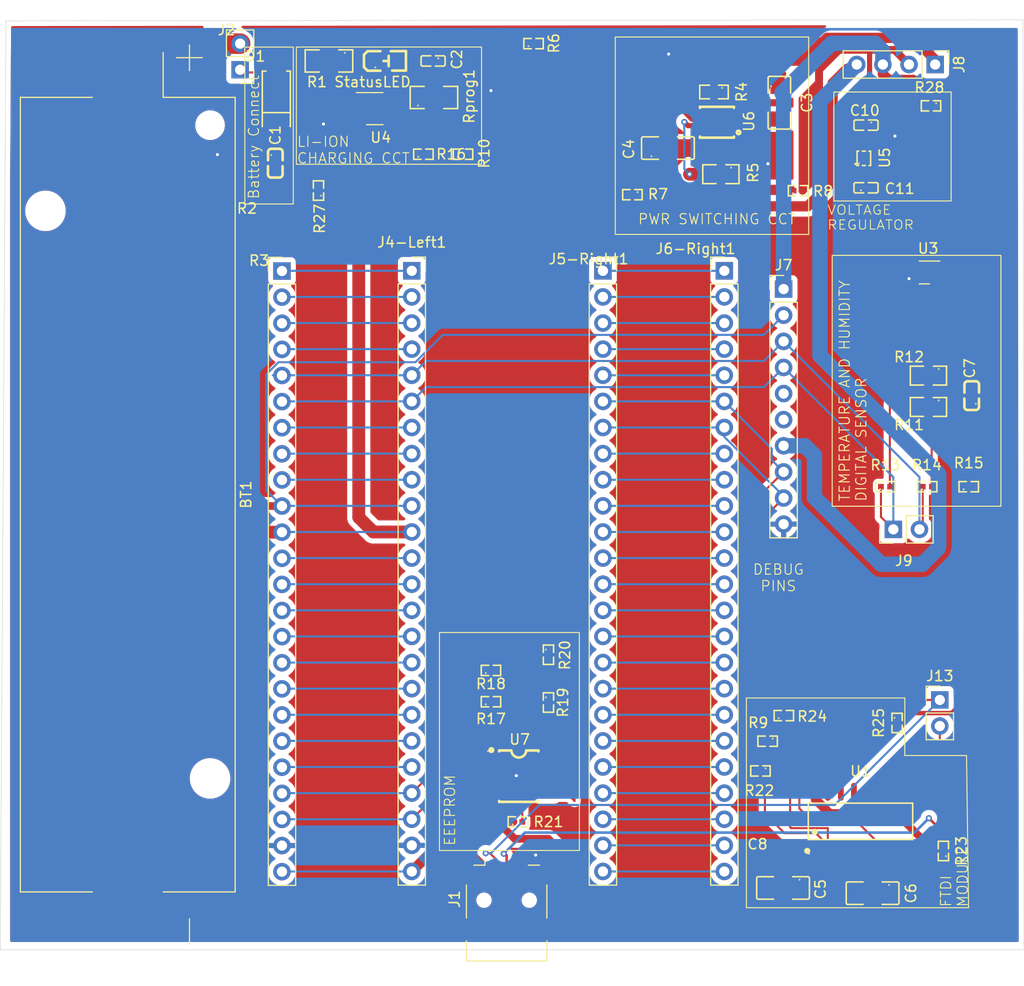
<source format=kicad_pcb>
(kicad_pcb (version 20221018) (generator pcbnew)
  (title_block (title "PCB Design") (date "2023-03-18") (rev "V01") (company "UCT") (comment 1 "JNKKET001") (comment 2 "PTTMAT005") (comment 3 "LWSHOL001"))
  (layers (0 "F.Cu" signal) (31 "B.Cu" signal) (34 "B.Paste" user) (35 "F.Paste" user) (36 "B.SilkS" user "B.Silkscreen") (37 "F.SilkS" user "F.Silkscreen") (38 "B.Mask" user) (39 "F.Mask" user) (44 "Edge.Cuts" user))
  (net 0 "")
  (net 1 "Battery")
  (net 2 "GND")
  (net 3 "Net-(ChargingStatusLED1-A)")
  (net 4 "/Power Module/Battery Input Polarity Protection")
  (net 5 "Net-(ChargingStatusLED1-K)")
  (net 6 "Net-(D1-A)")
  (net 7 "/Power Module/Switched Power")
  (net 9 "unconnected-(J1-Shield-Pad6)")
  (net 10 "Net-(U1-VCC)")
  (net 11 "Net-(J3-Left1-Pin_1)")
  (net 12 "Net-(J3-Left1-Pin_2)")
  (net 13 "Net-(J3-Left1-Pin_3)")
  (net 14 "Net-(J3-Left1-Pin_4)")
  (net 15 "Net-(J3-Left1-Pin_7)")
  (net 16 "Net-(J3-Left1-Pin_8)")
  (net 17 "Net-(U1-V3)")
  (net 18 "Net-(J3-Left1-Pin_9)")
  (net 19 "Net-(J3-Left1-Pin_12)")
  (net 20 "Net-(J3-Left1-Pin_13)")
  (net 21 "Net-(J3-Left1-Pin_14)")
  (net 22 "Net-(J3-Left1-Pin_15)")
  (net 23 "Net-(J3-Left1-Pin_16)")
  (net 24 "Net-(J3-Left1-Pin_17)")
  (net 25 "Net-(J3-Left1-Pin_18)")
  (net 26 "Net-(J3-Left1-Pin_19)")
  (net 27 "Net-(J3-Left1-Pin_20)")
  (net 28 "Net-(D1-K)")
  (net 29 "/USB 5V")
  (net 30 "Net-(J5-Right1-Pin_1)")
  (net 31 "Net-(J5-Right1-Pin_2)")
  (net 32 "Net-(J5-Right1-Pin_3)")
  (net 33 "Net-(J5-Right1-Pin_4)")
  (net 34 "Net-(J5-Right1-Pin_5)")
  (net 35 "/Interfacing/USB D-")
  (net 36 "/Interfacing/USB D+")
  (net 37 "Net-(J5-Right1-Pin_8)")
  (net 38 "Net-(J5-Right1-Pin_9)")
  (net 39 "Net-(J5-Right1-Pin_10)")
  (net 40 "Net-(J5-Right1-Pin_11)")
  (net 41 "Net-(J5-Right1-Pin_12)")
  (net 42 "Net-(J5-Right1-Pin_13)")
  (net 43 "Net-(J5-Right1-Pin_14)")
  (net 44 "Net-(J5-Right1-Pin_15)")
  (net 45 "Net-(J5-Right1-Pin_16)")
  (net 46 "Net-(J5-Right1-Pin_17)")
  (net 47 "Net-(J5-Right1-Pin_18)")
  (net 48 "Net-(J5-Right1-Pin_19)")
  (net 49 "Net-(J5-Right1-Pin_20)")
  (net 50 "Net-(J5-Right1-Pin_21)")
  (net 51 "Net-(J5-Right1-Pin_22)")
  (net 52 "Net-(J5-Right1-Pin_23)")
  (net 53 "Net-(J5-Right1-Pin_24)")
  (net 56 "Net-(U4-~{CHRG})")
  (net 57 "/DigitalSensorSDA")
  (net 58 "Net-(U6-ILIM)")
  (net 59 "Net-(U4-PROG)")
  (net 60 "/DigitalSensorSCL")
  (net 62 "/BatterySense")
  (net 63 "/Interfacing/EEPROMSCL")
  (net 64 "/Interfacing/EEPROMSDA")
  (net 65 "/Regulated 3v3")
  (net 66 "/Interfacing/USART_TX")
  (net 67 "/Interfacing/USART_RX")
  (net 68 "Net-(U6-OUT)")
  (net 69 "Net-(U3-SDA)")
  (net 70 "Net-(U3-SCL)")
  (net 71 "Net-(U4-BAT)")
  (net 72 "Net-(R27-Pad1)")
  (net 73 "Net-(U1-TXD)")
  (net 74 "Net-(U1-RXD)")
  (net 76 "Net-(U5-VIN)")
  (net 77 "Net-(U5-EN)")
  (net 78 "Net-(U5-VOUT)")
  (net 79 "Net-(U6-STAT)")
  (net 80 "Net-(U7-SCL)")
  (net 81 "Net-(U7-SDA)")
  (net 82 "Net-(U1-D+)")
  (net 83 "Net-(U1-D-)")
  (net 95 "Net-(#FLG06-pwr)")
  (net 96 "Net-(#FLG01-pwr)")
  (net 97 "Net-(#FLG07-pwr)")
  (net 98 "Net-(#FLG04-pwr)")
  (footprint "footprint:C1206" (layer "F.Cu") (at 168.75 52.992583 -90)
    (fp_text reference "C3")
    (fp_text value "0.1 uF")
  )
  (footprint "Package_TO_SOT_SMD:TSOT-23-5" (layer "F.Cu") (at 129.4185 53.566817)
    (fp_text reference "U4")
    (fp_text value "LTC4054ES5-4.2")
  )
  (footprint "footprint:R0402" (layer "F.Cu") (at 167.61 115.089 180)
    (fp_text reference "R9")
    (fp_text value "0")
  )
  (footprint "footprint:R0603" (layer "F.Cu") (at 162.396634 51.95 180)
    (fp_text reference "R4")
    (fp_text value "700")
  )
  (footprint "footprint:C0603" (layer "F.Cu") (at 119.75 58.880835 -90)
    (fp_text reference "C1")
    (fp_text value "10 uF")
  )
  (footprint "footprint:R0402" (layer "F.Cu") (at 146.304 111.327183 -90)
    (fp_text reference "R19")
    (fp_text value "4.7k")
  )
  (footprint "footprint:R0402" (layer "F.Cu") (at 184.696 125.765817 90)
    (fp_text reference "R23")
    (fp_text value "0")
  )
  (footprint "footprint:C0402" (layer "F.Cu") (at 135.090915 48.928817 180)
    (fp_text reference "C2")
    (fp_text value "1 uF")
  )
  (footprint "footprint:R0402" (layer "F.Cu") (at 179.058 90.336)
    (fp_text reference "R13")
    (fp_text value "0")
  )
  (footprint "Connector_PinHeader_2.54mm:PinHeader_1x02_P2.54mm_Vertical" (layer "F.Cu") (at 184.35 111.075)
    (fp_text reference "J13")
    (fp_text value "Conn_01x02_Pin")
  )
  (footprint "footprint:C0402" (layer "F.Cu") (at 177.176915 55.17 180)
    (fp_text reference "C10")
    (fp_text value "1 uF")
  )
  (footprint "footprint:SON-8_L3.0-W3.0-P0.65-LS3.0-BL-EP" (layer "F.Cu") (at 162.684076 54.890033 90)
    (fp_text reference "U6")
    (fp_text value "TPS2115ADRBR")
  )
  (footprint "footprint:R0402" (layer "F.Cu") (at 183.122 90.336)
    (fp_text reference "R14")
    (fp_text value "0")
  )
  (footprint "footprint:R0402" (layer "F.Cu") (at 183.492817 53.296 180)
    (fp_text reference "R28")
    (fp_text value "0")
  )
  (footprint "footprint:C0402" (layer "F.Cu") (at 177.176915 61.266)
    (fp_text reference "C11")
    (fp_text value "1 uF")
  )
  (footprint "footprint:R0402" (layer "F.Cu") (at 169.185183 112.599)
    (fp_text reference "R24")
    (fp_text value "0")
  )
  (footprint "footprint:R0402" (layer "F.Cu") (at 138 58)
    (fp_text reference "R10")
    (fp_text value "0")
  )
  (footprint "Capacitor_SMD:C_0201_0603Metric" (layer "F.Cu") (at 166.646 126.633 180)
    (fp_text reference "C8")
    (fp_text value "0.1uF")
  )
  (footprint "footprint:R0402" (layer "F.Cu") (at 146.304 106.68 -90)
    (fp_text reference "R20")
    (fp_text value "4.7k")
  )
  (footprint "footprint:C0603" (layer "F.Cu") (at 187.452 81.472025 90)
    (fp_text reference "C7")
    (fp_text value "10 uF")
  )
  (footprint "footprint:R1206" (layer "F.Cu") (at 135.173209 52.484817)
    (fp_text reference "Rprog1")
    (fp_text value "1k")
  )
  (footprint "Connector_PinHeader_2.54mm:PinHeader_1x24_P2.54mm_Vertical" (layer "F.Cu") (at 120.4 69.36)
    (fp_text reference "J3-Left1" hide)
    (fp_text value "Conn_01x24_Pin")
  )
  (footprint "footprint:SOP-16_L10.0-W3.9-P1.27-LS6.0-BL" (layer "F.Cu") (at 176.636 122.886)
    (fp_text reference "U1")
    (fp_text value "CH340C")
  )
  (footprint "footprint:R0402" (layer "F.Cu") (at 166.913183 117.983 180)
    (fp_text reference "R22")
    (fp_text value "0")
  )
  (footprint "footprint:C1206" (layer "F.Cu") (at 177.814583 129.871 180)
    (fp_text reference "C6")
    (fp_text value "0.1uF")
  )
  (footprint "footprint:C1206" (layer "F.Cu") (at 157.919417 57.404)
    (fp_text reference "C4")
    (fp_text value "0.1 uF")
  )
  (footprint "footprint:R0402" (layer "F.Cu") (at 154.467183 61.936 180)
    (fp_text reference "R7")
    (fp_text value "0")
  )
  (footprint "footprint:LED0805-RD" (layer "F.Cu") (at 130.471975 48.928919)
    (fp_text reference "StatusLED")
    (fp_text value "LED")
  )
  (footprint "Battery:BatteryHolder_Keystone_1042_1x18650" (layer "F.Cu") (at 105.41 91.11 -90)
    (fp_text reference "BT1")
    (fp_text value "Battery_Cell")
  )
  (footprint "footprint:R0805" (layer "F.Cu") (at 183.24 79.536 180)
    (fp_text reference "R12")
    (fp_text value "10k")
  )
  (footprint "footprint:R0805" (layer "F.Cu") (at 183.24 82.584 180)
    (fp_text reference "R11")
    (fp_text value "10k")
  )
  (footprint "Connector_PinHeader_2.54mm:PinHeader_1x24_P2.54mm_Vertical" (layer "F.Cu") (at 163.4 69.34)
    (fp_text reference "J6-Right1")
    (fp_text value "Conn_01x24_Pin")
  )
  (footprint "footprint:R0402" (layer "F.Cu") (at 123.95 61.532817 90)
    (fp_text reference "R27")
    (fp_text value "0")
  )
  (footprint "Connector_PinHeader_2.54mm:PinHeader_1x02_P2.54mm_Vertical" (layer "F.Cu") (at 116.332 49.784 180)
    (fp_text reference "J2")
    (fp_text value "Battery  Jumper")
  )
  (footprint "Connector_PinHeader_2.54mm:PinHeader_1x04_P2.54mm_Vertical" (layer "F.Cu") (at 183.896 49.276 -90)
    (fp_text reference "J8")
    (fp_text value "Conn_01x04_Pin")
  )
  (footprint "Connector_PinHeader_2.54mm:PinHeader_1x02_P2.54mm_Vertical" (layer "F.Cu") (at 179.832 94.488 90)
    (fp_text reference "J9")
    (fp_text value "Conn_01x02_Pin")
  )
  (footprint "footprint:R0402" (layer "F.Cu") (at 140.716 108.204)
    (fp_text reference "R18")
    (fp_text value "0")
  )
  (footprint "Sensor_Humidity:Sensirion_DFN-4-1EP_2x2mm_P1mm_EP0.7x1.6mm" (layer "F.Cu") (at 183.351 69.5 180)
    (fp_text reference "U3")
    (fp_text value "SHTC3")
  )
  (footprint "Resistor_SMD:R_0201_0603Metric" (layer "F.Cu") (at 116.84 64.861 90)
    (fp_text reference "R2")
    (fp_text value "100K")
  )
  (footprint "footprint:R0402" (layer "F.Cu") (at 170.567183 61.55)
    (fp_text reference "R8")
    (fp_text value "0")
  )
  (footprint "Connector_PinSocket_2.54mm:PinSocket_1x24_P2.54mm_Vertical" (layer "F.Cu") (at 133.02 69.34)
    (fp_text reference "J4-Left1")
    (fp_text value "Conn_01x24_Socket")
  )
  (footprint "footprint:R0402" (layer "F.Cu") (at 187.161 90.336)
    (fp_text reference "R15")
    (fp_text value "0")
  )
  (footprint "footprint:R0402" (layer "F.Cu") (at 180.196 113.315817 -90)
    (fp_text reference "R25")
    (fp_text value "0")
  )
  (footprint "footprint:R0402" (layer "F.Cu") (at 144.855183 47.244)
    (fp_text reference "R6")
    (fp_text value "0")
  )
  (footprint "footprint:R0402" (layer "F.Cu") (at 143.331183 122.936)
    (fp_text reference "R21")
    (fp_text value "0")
  )
  (footprint "Resistor_SMD:R_0201_0603Metric" (layer "F.Cu") (at 118.176 66.04 180)
    (fp_text reference "R3")
    (fp_text value "100K")
  )
  (footprint "footprint:R0402" (layer "F.Cu") (at 140.716 111.252)
    (fp_text reference "R17")
    (fp_text value "0")
  )
  (footprint "footprint:C1206" (layer "F.Cu") (at 169.11 129.363 180)
    (fp_text reference "C5")
    (fp_text value "0.1uF")
  )
  (footprint "Connector_USB:USB_Mini-B_Lumberg_2486_01_Horizontal" (layer "F.Cu") (at 142.24 130.556)
    (fp_text reference "J1")
    (fp_text value "USB_B_Micro")
  )
  (footprint "Connector_PinHeader_2.54mm:PinHeader_1x10_P2.54mm_Vertical" (layer "F.Cu") (at 169.164 71.12)
    (fp_text reference "J7")
    (fp_text value "Conn_01x10_Pin")
  )
  (footprint "Connector_PinSocket_2.54mm:PinSocket_1x24_P2.54mm_Vertical" (layer "F.Cu") (at 151.6 69.34)
    (fp_text reference "J5-Right1")
    (fp_text value "Conn_01x24_Socket")
  )
  (footprint "footprint:R1206" (layer "F.Cu") (at 124.968 48.928817 180)
    (fp_text reference "R1")
    (fp_text value "1k")
  )
  (footprint "footprint:SOIC-8_L5.0-W4.0-P1.27-LS6.0-BL" (layer "F.Cu") (at 143.421105 118.491001 -90)
    (fp_text reference "U7")
    (fp_text value "M24C64-RMN6TP")
  )
  (footprint "footprint:R0805" (layer "F.Cu") (at 163.068 59.944 180)
    (fp_text reference "R5")
    (fp_text value "10K")
  )
  (footprint "footprint:ZQFN-4L_L1.0-W1.0-P0.63-BL-EP" (layer "F.Cu") (at 176.963056 58.4)
    (fp_text reference "U5")
    (fp_text value "RT9073A-33GQZ")
  )
  (footprint "footprint:R0402" (layer "F.Cu") (at 134.15 58)
    (fp_text reference "R16")
    (fp_text value "0")
  )
  (footprint "footprint:SMA_L4.2-W2.6-LS5.3-RD" (layer "F.Cu") (at 119.85 52.615405 90)
    (fp_text reference "D1")
    (fp_text value "D_Schottky")
  )
  (gr_rect (start 116.79 47.58081) (end 121.5 62.84081) (stroke (width 0.1)) (fill none) (layer "F.SilkS"))
  (gr_rect (start 152.8 46.6) (end 171.6 65.8) (stroke (width 0.1)) (fill none) (layer "F.SilkS"))
  (gr_rect (start 174.05 51.95) (end 185.45 62.55) (stroke (width 0.1)) (fill none) (layer "F.SilkS"))
  (gr_line (start 165.546 110.883) (end 180.946 110.883) (stroke (width 0.1)) (layer "F.SilkS"))
  (gr_line (start 165.546 130.683) (end 165.546 110.883) (stroke (width 0.1)) (layer "F.SilkS"))
  (gr_line (start 180.946 110.883) (end 180.946 116.483) (stroke (width 0.1)) (layer "F.SilkS"))
  (gr_rect (start 121.8 47.576817) (end 139.8 58.976817) (stroke (width 0.1)) (fill none) (layer "F.SilkS"))
  (gr_line (start 180.946 116.483) (end 186.946 116.483) (stroke (width 0.1)) (layer "F.SilkS"))
  (gr_line (start 187.146 131.283) (end 165.546 131.283) (stroke (width 0.1)) (layer "F.SilkS"))
  (gr_rect (start 173.89 67.836) (end 190.29 92.236) (stroke (width 0.1)) (fill none) (layer "F.SilkS"))
  (gr_line (start 186.946 116.483) (end 187.146 131.283) (stroke (width 0.1)) (layer "F.SilkS"))
  (gr_rect (start 135.708 104.52) (end 149.308 125.72) (stroke (width 0.1)) (fill none) (layer "F.SilkS"))
  (gr_line (start 165.546 131.283) (end 165.546 130.683) (stroke (width 0.1)) (layer "F.SilkS"))
  (gr_line (start 93.5736 45.0342) (end 192.4304 44.9326) (stroke (width 0.05)) (layer "Edge.Cuts"))
  (gr_line (start 93.0148 135.382) (end 93.5736 45.0342) (stroke (width 0.05)) (layer "Edge.Cuts"))
  (gr_line (start 192.4304 44.9326) (end 192.532 135.382) (stroke (width 0.05)) (layer "Edge.Cuts"))
  (gr_line (start 192.532 135.382) (end 93.0148 135.382) (stroke (width 0.05)) (layer "Edge.Cuts"))
  (gr_text "FTDI\nMODULE" (at 187.146 131.283 90) (layer "F.SilkS") (effects (font (size 1 1) (thickness 0.1)) (justify left bottom)))
  (gr_text "EEEPROM" (at 137.308 125.32 90) (layer "F.SilkS") (effects (font (size 1 1) (thickness 0.1)) (justify left bottom)))
  (gr_text "LI-ION\nCHARGING CCT" (at 121.8 58.976817) (layer "F.SilkS") (effects (font (size 1 1) (thickness 0.1)) (justify left bottom)))
  (gr_text "VOLTAGE\nREGULATOR" (at 173.35 65.4) (layer "F.SilkS") (effects (font (size 0.9 1) (thickness 0.09)) (justify left bottom)))
  (gr_text "PWR SWITCHING CCT" (at 154.95 64.9) (layer "F.SilkS") (effects (font (size 1 1) (thickness 0.1)) (justify left bottom)))
  (gr_text "TEMPERATURE AND HUMIDITY\nDIGITAL SENSOR" (at 177.29 91.836 90) (layer "F.SilkS") (effects (font (size 1 1) (thickness 0.1)) (justify left bottom)))
  (gr_text "DEBUG\nPINS" (at 168.656 100.584) (layer "F.SilkS") (effects (font (size 1 1) (thickness 0.1)) (justify bottom)))
  (gr_text "Battery Connect\n" (at 118.25 62.43081 90) (layer "F.SilkS") (effects (font (size 1 1) (thickness 0.1)) (justify left bottom)))
  (segment (start 110.018 51.78) (end 105.41 51.78) (width 1.5) (layer "F.Cu") (net 1))
  (segment (start 127.6604 60.6044) (end 127.703 60.647) (width 1.25) (layer "F.Cu") (net 1))
  (segment (start 121.03081 58.18081) (end 123.4544 60.6044) (width 1.25) (layer "F.Cu") (net 1))
  (segment (start 113.6396 46.9392) (end 113.9444 47.244) (width 2) (layer "F.Cu") (net 1))
  (segment (start 110.018 51.78) (end 113.114199 51.78) (width 2) (layer "F.Cu") (net 1))
  (segment (start 119.75 58.18081) (end 121.03081 58.18081) (width 1.25) (layer "F.Cu") (net 1))
  (segment (start 105.41 51.78) (end 108.7988 51.78) (width 2) (layer "F.Cu") (net 1))
  (segment (start 117.71841 58.18081) (end 119.75 58.18081) (width 1.5) (layer "F.Cu") (net 1))
  (segment (start 116.332 47.244) (end 114.554 47.244) (width 1.5) (layer "F.Cu") (net 1))
  (segment (start 116.9924 54.102) (end 116.9924 57.4548) (width 2) (layer "F.Cu") (net 1))
  (segment (start 133.717183 58) (end 133.223 58) (width 0.75) (layer "F.Cu") (net 1))
  (segment (start 121.03081 58.18081) (end 123.95 61.1) (width 0.75) (layer "F.Cu") (net 1))
  (segment (start 123.4544 60.6044) (end 127.6604 60.6044) (width 1.25) (layer "F.Cu") (net 1))
  (segment (start 115.5954 52.705) (end 116.9924 54.102) (width 2) (layer "F.Cu") (net 1))
  (segment (start 114.554 47.244) (end 110.018 51.78) (width 1.5) (layer "F.Cu") (net 1))
  (segment (start 114.039199 52.705) (end 115.5954 52.705) (width 2) (layer "F.Cu") (net 1))
  (segment (start 127.25 61.1) (end 127.322 61.028) (width 0.75) (layer "F.Cu") (net 1))
  (segment (start 116.9924 57.4548) (end 117.71841 58.18081) (width 1.5) (layer "F.Cu") (net 1))
  (segment (start 127.703 60.647) (end 130.35 58) (width 1.25) (layer "F.Cu") (net 1))
  (segment (start 113.114199 51.78) (end 114.039199 52.705) (width 2) (layer "F.Cu") (net 1))
  (segment (start 130.35 58) (end 133.223 58) (width 1.25) (layer "F.Cu") (net 1))
  (segment (start 127.322 61.028) (end 127.703 60.647) (width 0.75) (layer "F.Cu") (net 1))
  (segment (start 123.95 61.1) (end 127.25 61.1) (width 0.75) (layer "F.Cu") (net 1))
  (segment (start 113.9444 47.244) (end 116.332 47.244) (width 2) (layer "F.Cu") (net 1))
  (segment (start 108.7988 51.78) (end 113.6396 46.9392) (width 2) (layer "F.Cu") (net 1))
  (segment (start 177.276112 58.724994) (end 177.276112 59.176112) (width 0.25) (layer "F.Cu") (net 2))
  (segment (start 181.46 70) (end 181.356 70.104) (width 0.2) (layer "F.Cu") (net 2))
  (segment (start 177.276112 58.724994) (end 177.276112 58.962912) (width 0.25) (layer "F.Cu") (net 2))
  (segment (start 182.426 70) (end 181.46 70) (width 0.2) (layer "F.Cu") (net 2))
  (segment (start 177.276112 58.962912) (end 177.7492 59.436) (width 0.25) (layer "F.Cu") (net 2))
  (segment (start 176.962929 58.399873) (end 176.962929 58.411811) (width 0.25) (layer "F.Cu") (net 2))
  (segment (start 177.722 59.622) (end 177.722 61.266) (width 0.2) (layer "F.Cu") (net 2))
  (segment (start 176.962929 58.411811) (end 177.276112 58.724994) (width 0.25) (layer "F.Cu") (net 2))
  (segment (start 177.276112 59.176112) (end 177.722 59.622) (width 0.25) (layer "F.Cu") (net 2))
  (via (at 181.356 70.104) (size 0.6) (drill 0.3) (layers "F.Cu" "B.Cu") (net 2))
  (via (at 179.9844 56.2356) (size 0.6) (drill 0.3) (layers "F.Cu" "B.Cu") (net 2))
  (via (at 140.716 51.816) (size 0.6) (drill 0.3) (layers "F.Cu" "B.Cu") (net 2))
  (via (at 124.4346 55.0672) (size 0.6) (drill 0.3) (layers "F.Cu" "B.Cu") (net 2))
  (via (at 114.1222 58.039) (size 0.6) (drill 0.3) (layers "F.Cu" "B.Cu") (net 2))
  (via (at 167.64 58.928) (size 0.6) (drill 0.3) (layers "F.Cu" "B.Cu") (net 2))
  (via (at 145.0594 126.1618) (size 0.6) (drill 0.3) (layers "F.Cu" "B.Cu") (net 2))
  (via (at 157.988 48.26) (size 0.6) (drill 0.3) (layers "F.Cu" "B.Cu") (net 2))
  (via (at 143.1798 118.4402) (size 0.6) (drill 0.3) (layers "F.Cu" "B.Cu") (net 2))
  (segment (start 173.3888 46.6852) (end 181.7624 46.6852) (width 1) (layer "F.Cu") (net 4))
  (segment (start 153.416 47.3964) (end 159.1564 53.1368) (width 1) (layer "F.Cu") (net 4))
  (segment (start 168.75 50.3758) (end 168.75 51.4) (width 1) (layer "F.Cu") (net 4))
  (segment (start 168.021 48.9) (end 168.021 49.3268) (width 1) (layer "F.Cu") (net 4))
  (segment (start 161.75 48.9) (end 167.8 48.9) (width 0.2) (layer "F.Cu") (net 4))
  (segment (start 160.784152 54.560213) (end 160.554413 54.560213) (width 0.5) (layer "F.Cu") (net 4))
  (segment (start 159.6 53.34) (end 159.6 51.05) (width 0.2) (layer "F.Cu") (net 4))
  (segment (start 159.1564 53.1368) (end 159.1564 51.181) (width 1) (layer "F.Cu") (net 4))
  (segment (start 153.2636 47.244) (end 153.416 47.3964) (width 1) (layer "F.Cu") (net 4))
  (segment (start 146.1516 47.244) (end 153.2636 47.244) (width 1) (layer "F.Cu") (net 4))
  (segment (start 172.974 47.1) (end 173.3888 46.6852) (width 1) (layer "F.Cu") (net 4))
  (segment (start 160.784152 54.560213) (end 159.6 53.376061) (width 0.2) (layer "F.Cu") (net 4))
  (segment (start 160.784152 54.560213) (end 161.284152 54.560213) (width 0.5) (layer "F.Cu") (net 4))
  (segment (start 183.896 48.8188) (end 183.896 49.276) (width 1) (layer "F.Cu") (net 4))
  (segment (start 159.1564 51.181) (end 161.5948 48.7426) (width 1) (layer "F.Cu") (net 4))
  (segment (start 146.1516 47.244) (end 153.467939 47.244) (width 0.2) (layer "F.Cu") (net 4))
  (segment (start 168.75 49.85) (end 167.8 48.9) (width 0.2) (layer "F.Cu") (net 4))
  (segment (start 168.021 48.9) (end 171.1 48.9) (width 1) (layer "F.Cu") (net 4))
  (segment (start 181.7624 46.6852) (end 183.896 48.8188) (width 1) (layer "F.Cu") (net 4))
  (segment (start 160.3502 54.3306) (end 160.3502 54.356) (width 1) (layer "F.Cu") (net 4))
  (segment (start 172.9 47.1) (end 172.974 47.1) (width 1) (layer "F.Cu") (net 4))
  (segment (start 145.288 47.244) (end 145.923 47.244) (width 0.2) (layer "F.Cu") (net 4))
  (segment (start 161.5948 48.7426) (end 161.7522 48.9) (width 1) (layer "F.Cu") (net 4))
  (segment (start 167.8 48.9) (end 168.021 48.9) (width 0.2) (layer "F.Cu") (net 4))
  (segment (start 153.467939 47.244) (end 159.6 53.376061) (width 0.2) (layer "F.Cu") (net 4))
  (segment (start 146.1516 47.244) (end 145.923 47.244) (width 1) (layer "F.Cu") (net 4))
  (segment (start 168.021 49.3268) (end 168.91 50.2158) (width 1) (layer "F.Cu") (net 4))
  (segment (start 160.554413 54.560213) (end 160.3502 54.356) (width 0.5) (layer "F.Cu") (net 4))
  (segment (start 168.75 51.4) (end 168.75 49.85) (width 0.2) (layer "F.Cu") (net 4))
  (segment (start 159.6 53.376061) (end 159.6 53.34) (width 0.2) (layer "F.Cu") (net 4))
  (segment (start 161.7522 48.9) (end 168.021 48.9) (width 1) (layer "F.Cu") (net 4))
  (segment (start 159.1564 53.1368) (end 160.3502 54.3306) (width 1) (layer "F.Cu") (net 4))
  (segment (start 171.2775 48.7225) (end 172.9 47.1) (width 1) (layer "F.Cu") (net 4))
  (segment (start 159.6 51.05) (end 161.75 48.9) (width 0.2) (layer "F.Cu") (net 4))
  (segment (start 168.91 50.2158) (end 168.75 50.3758) (width 1) (layer "F.Cu") (net 4))
  (segment (start 171.1 48.9) (end 171.2775 48.7225) (width 1) (layer "F.Cu") (net 4))
  (segment (start 126.446791 48.928817) (end 129.371848 48.928817) (width 0.2) (layer "F.Cu") (net 5))
  (segment (start 119.85 50.05) (end 116.574 50.05) (width 0.2) (layer "F.Cu") (net 6))
  (segment (start 171.5262 61.0362) (end 171.5262 52.832) (width 0.75) (layer "F.Cu") (net 7))
  (segment (start 171.5262 52.832) (end 172.6184 51.7398) (width 0.75) (layer "F.Cu") (net 7))
  (segment (start 174.55 47.85) (end 174.2555 48.1445) (width 0.75) (layer "F.Cu") (net 7))
  (segment (start 177.276112 58.075006) (end 177.281394 58.075006) (width 0.25) (layer "F.Cu") (net 7))
  (segment (start 171.1213 52.5287) (end 171 52.65) (width 0.75) (layer "F.Cu") (net 7))
  (segment (start 172.6 51.05) (end 171.1213 52.5287) (width 0.75) (layer "F.Cu") (net 7))
  (segment (start 172.6184 49.7816) (end 174.2555 48.1445) (width 0.75) (layer "F.Cu") (net 7))
  (segment (start 176.65 57.3716) (end 175.5394 56.261) (width 0.5) (layer "F.Cu") (net 7))
  (segment (start 172.6 49.8) (end 174.55 47.85) (width 0.75) (layer "F.Cu") (net 7))
  (segment (start 176.65 58.075006) (end 176.65 57.6142) (width 0.5) (layer "F.Cu") (net 7))
  (segment (start 177.4952 47.85) (end 179.93 47.85) (width 0.75) (layer "F.Cu") (net 7))
  (segment (start 177.8 57.5564) (end 177.3936 57.9628) (width 0.5) (layer "F.Cu") (net 7))
  (segment (start 171.0124 61.55) (end 171.5262 61.0362) (width 0.75) (layer "F.Cu") (net 7))
  (segment (start 176.65 57.6142) (end 176.7078 57.5564) (width 0.5) (layer "F.Cu") (net 7))
  (segment (start 177.5206 50.5206) (end 177.5206 47.8754) (width 0.5) (layer "F.Cu") (net 7))
  (segment (start 175.5394 56.261) (end 175.5394 52.5018) (width 0.5) (layer "F.Cu") (net 7))
  (segment (start 174.55 47.85) (end 177.4952 47.85) (width 0.75) (layer "F.Cu") (net 7))
  (segment (start 171 52.65) (end 171 61.55) (width 0.75) (layer "F.Cu") (net 7))
  (segment (start 177.5206 47.8754) (end 177.4952 47.85) (width 0.5) (layer "F.Cu") (net 7))
  (segment (start 181.356 49.276) (end 179.93 47.85) (width 0.75) (layer "F.Cu") (net 7))
  (segment (start 177.281394 58.075006) (end 177.3936 57.9628) (width 0.25) (layer "F.Cu") (net 7))
  (segment (start 172.6 49.8) (end 172.6 51.05) (width 0.75) (layer "F.Cu") (net 7))
  (segment (start 171.5262 61.0362) (end 172.212 60.3504) (width 0.75) (layer "F.Cu") (net 7))
  (segment (start 172.6184 51.7398) (end 172.6184 49.7816) (width 0.75) (layer "F.Cu") (net 7))
  (segment (start 172.212 52.705) (end 172.6184 52.2986) (width 0.75) (layer "F.Cu") (net 7))
  (segment (start 176.65 57.6142) (end 176.65 57.3716) (width 0.5) (layer "F.Cu") (net 7))
  (segment (start 175.5394 52.5018) (end 177.5206 50.5206) (width 0.5) (layer "F.Cu") (net 7))
  (segment (start 171 61.55) (end 171.0124 61.55) (width 0.75) (layer "F.Cu") (net 7))
  (segment (start 172.212 60.3504) (end 172.212 52.705) (width 0.75) (layer "F.Cu") (net 7))
  (segment (start 172.6 49.8) (end 174.2555 48.1445) (width 0.2) (layer "F.Cu") (net 7))
  (segment (start 176.7078 57.5564) (end 177.8 57.5564) (width 0.5) (layer "F.Cu") (net 7))
  (segment (start 137.79 133.406) (end 146.69 133.406) (width 0.2) (layer "F.Cu") (net 9))
  (segment (start 137.79 127.956) (end 137.79 133.406) (width 0.2) (layer "F.Cu") (net 9))
  (segment (start 146.69 127.956) (end 146.69 133.406) (width 0.2) (layer "F.Cu") (net 9))
  (segment (start 172.190991 120.013508) (end 172.190991 120.781391) (width 0.75) (layer "F.Cu") (net 10))
  (segment (start 172.190991 118.867609) (end 177.205804 113.852796) (width 0.75) (layer "F.Cu") (net 10))
  (segment (start 182.596 126.682166) (end 179.407166 129.871) (width 0.75) (layer "F.Cu") (net 10))
  (segment (start 180.196 113.748634) (end 177.863358 113.748634) (width 0.75) (layer "F.Cu") (net 10))
  (segment (start 173.482 122.0724) (end 179.9066 122.0724) (width 0.75) (layer "F.Cu") (net 10))
  (segment (start 177.863358 113.748634) (end 177.759196 113.852796) (width 0.75) (layer "F.Cu") (net 10))
  (segment (start 173.996 121.983) (end 172.190991 120.177991) (width 0.2) (layer "F.Cu") (net 10))
  (segment (start 177.205804 113.852796) (end 177.759196 113.852796) (width 0.75) (layer "F.Cu") (net 10))
  (segment (start 172.190991 120.781391) (end 173.482 122.0724) (width 0.75) (layer "F.Cu") (net 10))
  (segment (start 177.759196 113.852796) (end 172.190991 119.421001) (width 0.2) (layer "F.Cu") (net 10))
  (segment (start 179.996 121.983) (end 182.596 124.583) (width 0.75) (layer "F.Cu") (net 10))
  (segment (start 179.996 121.983) (end 173.996 121.983) (width 0.2) (layer "F.Cu") (net 10))
  (segment (start 182.596 124.583) (end 182.596 126.682166) (width 0.75) (layer "F.Cu") (net 10))
  (segment (start 179.9066 122.0724) (end 179.996 121.983) (width 0.75) (layer "F.Cu") (net 10))
  (segment (start 172.190991 120.013508) (end 172.190991 118.867609) (width 0.75) (layer "F.Cu") (net 10))
  (segment (start 133.02 69.34) (end 120.42 69.34) (width 0.2) (layer "B.Cu") (net 11))
  (segment (start 133.02 71.88) (end 120.42 71.88) (width 0.2) (layer "B.Cu") (net 12))
  (segment (start 133.02 74.42) (end 120.42 74.42) (width 0.2) (layer "B.Cu") (net 13))
  (segment (start 133.02 76.96) (end 120.42 76.96) (width 0.2) (layer "B.Cu") (net 14))
  (segment (start 133.02 84.58) (end 120.42 84.58) (width 0.2) (layer "B.Cu") (net 15))
  (segment (start 133.02 87.12) (end 120.42 87.12) (width 0.2) (layer "B.Cu") (net 16))
  (segment (start 172.988998 129.363) (end 175.521899 126.830099) (width 0.2) (layer "F.Cu") (net 17))
  (segment (start 167.4622 126.633) (end 167.1574 126.633) (width 0.75) (layer "F.Cu") (net 17))
  (segment (start 175.521899 126.830099) (end 173.142198 129.2098) (width 0.75) (layer "F.Cu") (net 17))
  (segment (start 166.966 126.633) (end 167.1574 126.633) (width 0.2) (layer "F.Cu") (net 17))
  (segment (start 173.142198 129.2098) (end 170.039 129.2098) (width 0.75) (layer "F.Cu") (net 17))
  (segment (start 176.000999 125.758492) (end 176.000999 126.350999) (width 0.75) (layer "F.Cu") (net 17))
  (segment (start 167.646 126.633) (end 170.376 129.363) (width 0.2) (layer "F.Cu") (net 17))
  (segment (start 170.039 129.2098) (end 167.4622 126.633) (width 0.75) (layer "F.Cu") (net 17))
  (segment (start 167.4622 126.633) (end 167.646 126.633) (width 0.2) (layer "F.Cu") (net 17))
  (segment (start 170.702583 129.363) (end 172.988998 129.363) (width 0.2) (layer "F.Cu") (net 17))
  (segment (start 176.000999 126.350999) (end 175.521899 126.830099) (width 0.75) (layer "F.Cu") (net 17))
  (segment (start 133.02 89.66) (end 120.42 89.66) (width 0.2) (layer "B.Cu") (net 18))
  (segment (start 133.02 97.28) (end 120.42 97.28) (width 0.2) (layer "B.Cu") (net 19))
  (segment (start 133.02 99.82) (end 120.42 99.82) (width 0.2) (layer "B.Cu") (net 20))
  (segment (start 133.02 102.36) (end 120.42 102.36) (width 0.2) (layer "B.Cu") (net 21))
  (segment (start 133.02 104.9) (end 120.42 104.9) (width 0.2) (layer "B.Cu") (net 22))
  (segment (start 133.02 107.44) (end 120.42 107.44) (width 0.2) (layer "B.Cu") (net 23))
  (segment (start 133.02 109.98) (end 120.42 109.98) (width 0.2) (layer "B.Cu") (net 24))
  (segment (start 133.02 112.52) (end 120.42 112.52) (width 0.2) (layer "B.Cu") (net 25))
  (segment (start 133.02 115.06) (end 120.42 115.06) (width 0.2) (layer "B.Cu") (net 26))
  (segment (start 133.02 117.6) (end 120.42 117.6) (width 0.2) (layer "B.Cu") (net 27))
  (segment (start 120.61259 55.18081) (end 122.1486 53.6448) (width 0.75) (layer "F.Cu") (net 28))
  (segment (start 119.85 55.18081) (end 120.61259 55.18081) (width 0.75) (layer "F.Cu") (net 28))
  (segment (start 122.05 53.5462) (end 122.05 47.244) (width 0.75) (layer "F.Cu") (net 28))
  (segment (start 122.05 47.244) (end 144.422366 47.244) (width 0.75) (layer "F.Cu") (net 28))
  (segment (start 122.1486 53.6448) (end 122.05 53.5462) (width 0.75) (layer "F.Cu") (net 28))
  (segment (start 173.9265 51.0921) (end 175.3108 49.7078) (width 1) (layer "F.Cu") (net 29))
  (segment (start 175.8442 49.7078) (end 176.276 49.276) (width 1) (layer "F.Cu") (net 29))
  (segment (start 136.6012 126.2126) (end 136.7028 126.2126) (width 1) (layer "F.Cu") (net 29))
  (segment (start 176.276 49.276) (end 174.244 51.308) (width 0.2) (layer "F.Cu") (net 29))
  (segment (start 171.5008 63.0682) (end 173.8122 60.7568) (width 1) (layer "F.Cu") (net 29))
  (segment (start 154.034366 62.223197) (end 154.034366 61.936) (width 0.2) (layer "F.Cu") (net 29))
  (segment (start 118.0973 128.7653) (end 120.0658 130.7338) (width 1.25) (layer "F.Cu") (net 29))
  (segment (start 173.8122 60.7568) (end 173.8122 60.6552) (width 1) (layer "F.Cu") (net 29))
  (segment (start 128.016 66.3448) (end 127.8636 66.3448) (width 1.25) (layer "F.Cu") (net 29))
  (segment (start 120.396 131.064) (end 118.0973 128.7653) (width 0.2) (layer "F.Cu") (net 29))
  (segment (start 138.9966 126.2126) (end 140.64 127.856) (width 0.75) (layer "F.Cu") (net 29))
  (segment (start 136.1948 126.7012) (end 136.1948 126.619) (width 1) (layer "F.Cu") (net 29))
  (segment (start 133.0706 131.1148) (end 134.9248 129.2606) (width 1.25) (layer "F.Cu") (net 29))
  (segment (start 120.0658 130.7338) (end 120.0658 131.1148) (width 1.25) (layer "F.Cu") (net 29))
  (segment (start 138.7602 59.4106) (end 138.9126 59.2582) (width 1.25) (layer "F.Cu") (net 29))
  (segment (start 134.8664 65.6336) (end 128.7272 65.6336) (width 1.25) (layer "F.Cu") (net 29))
  (segment (start 117.856 95.8088) (end 117.856 128.524) (width 1.25) (layer "F.Cu") (net 29))
  (segment (start 153.4414 62.067183) (end 153.4414 62.0776) (width 1) (layer "F.Cu") (net 29))
  (segment (start 129.284 94.74) (end 129.0447 94.5007) (width 1.25) (layer "F.Cu") (net 29))
  (segment (start 153.878352 62.067183) (end 153.4414 62.067183) (width 0.2) (layer "F.Cu") (net 29))
  (segment (start 134.9248 129.2606) (end 134.9248 127.9712) (width 1) (layer "F.Cu") (net 29))
  (segment (start 118.9048 94.76) (end 117.856 95.8088) (width 1.25) (layer "F.Cu") (net 29))
  (segment (start 128.7272 65.6336) (end 128.016 66.3448) (width 1.25) (layer "F.Cu") (net 29))
  (segment (start 134.9248 127.9712) (end 136.1948 126.7012) (width 1) (layer "F.Cu") (net 29))
  (segment (start 136.7028 126.2126) (end 138.9966 126.2126) (width 0.75) (layer "F.Cu") (net 29))
  (segment (start 154.317171 62.506002) (end 154.034366 62.223197) (width 0.2) (layer "F.Cu") (net 29))
  (segment (start 138.9126 59.2582) (end 138.9126 57.9882) (width 1.25) (layer "F.Cu") (net 29))
  (segment (start 138.432817 59.737983) (end 138.7602 59.4106) (width 1.25) (layer "F.Cu") (net 29))
  (segment (start 154.432 63.0682) (end 171.5008 63.0682) (width 1) (layer "F.Cu") (net 29))
  (segment (start 136.49 126.806) (end 134.62 128.676) (width 0.2) (layer "F.Cu") (net 29))
  (segment (start 138.432817 62.067183) (end 138.432817 59.737983) (width 1.25) (layer "F.Cu") (net 29))
  (segment (start 120.0658 131.1148) (end 133.0706 131.1148) (width 1.25) (layer "F.Cu") (net 29))
  (segment (start 173.9265 60.5409) (end 173.8122 60.6552) (width 1) (layer "F.Cu") (net 29))
  (segment (start 127.8636 66.3448) (end 127.8636 93.3196) (width 1.25) (layer "F.Cu") (net 29))
  (segment (start 127.8636 93.3196) (end 129.0447 94.5007) (width 1.25) (layer "F.Cu") (net 29))
  (segment (start 138.432817 62.067183) (end 134.8664 65.6336) (width 1.25) (layer "F.Cu") (net 29))
  (segment (start 136.1948 126.619) (end 136.6012 126.2126) (width 1) (layer "F.Cu") (net 29))
  (segment (start 133.02 94.74) (end 129.284 94.74) (width 1.25) (layer "F.Cu") (net 29))
  (segment (start 138.432817 58) (end 138.432817 62.067183) (width 0.2) (layer "F.Cu") (net 29))
  (segment (start 154.034366 62.223197) (end 153.878352 62.067183) (width 0.2) (layer "F.Cu") (net 29))
  (segment (start 173.9265 51.0921) (end 173.9265 60.5409) (width 1) (layer "F.Cu") (net 29))
  (segment (start 175.3108 49.7078) (end 175.8442 49.7078) (width 1) (layer "F.Cu") (net 29))
  (segment (start 153.4414 62.0776) (end 154.432 63.0682) (width 1) (layer "F.Cu") (net 29))
  (segment (start 138.432817 62.067183) (end 153.4414 62.067183) (width 1.25) (layer "F.Cu") (net 29))
  (segment (start 120.4 94.76) (end 118.9048 94.76) (width 1.25) (layer "F.Cu") (net 29))
  (segment (start 117.856 128.524) (end 118.0973 128.7653) (width 1.25) (layer "F.Cu") (net 29))
  (segment (start 184.2516 89.1286) (end 184.2516 96.012) (width 1.5) (layer "B.Cu") (net 29))
  (segment (start 171.2214 86.36) (end 169.164 86.36) (width 1.5) (layer "B.Cu") (net 29))
  (segment (start 178.6509 97.8789) (end 172.1612 91.3892) (width 1.5) (layer "B.Cu") (net 29))
  (segment (start 182.6387 97.8789) (end 178.6509 97.8789) (width 1.5) (layer "B.Cu") (net 29))
  (segment (start 133.02 94.74) (end 120.42 94.74) (width 0.2) (layer "B.Cu") (net 29))
  (segment (start 172.1612 91.3892) (end 172.1612 87.2998) (width 1.5) (layer "B.Cu") (net 29))
  (segment (start 184.1756 96.342) (end 182.6387 97.8789) (width 1.5) (layer "B.Cu") (net 29))
  (segment (start 172.1612 87.2998) (end 171.2214 86.36) (width 1.5) (layer "B.Cu") (net 29))
  (segment (start 172.6946 52.8574) (end 172.6946 77.5716) (width 1.5) (layer "B.Cu") (net 29))
  (segment (start 176.276 49.276) (end 172.240843 53.311157) (width 1) (layer "B.Cu") (net 29))
  (segment (start 176.276 49.276) (end 172.6946 52.8574) (width 1.5) (layer "B.Cu") (net 29))
  (segment (start 184.2516 96.012) (end 184.1756 96.088) (width 1.5) (layer "B.Cu") (net 29))
  (segment (start 184.1756 96.088) (end 184.1756 96.342) (width 1.5) (layer "B.Cu") (net 29))
  (segment (start 172.6946 77.5716) (end 184.2516 89.1286) (width 1.5) (layer "B.Cu") (net 29))
  (segment (start 163.4 69.34) (end 151.6 69.34) (width 0.2) (layer "B.Cu") (net 30))
  (segment (start 163.4 71.88) (end 151.6 71.88) (width 0.2) (layer "B.Cu") (net 31))
  (segment (start 163.4 74.42) (end 151.6 74.42) (width 0.2) (layer "B.Cu") (net 32))
  (segment (start 163.4 76.96) (end 151.6 76.96) (width 0.2) (layer "B.Cu") (net 33))
  (segment (start 151.6 79.5) (end 163.4 79.5) (width 0.2) (layer "B.Cu") (net 34))
  (segment (start 140.208 125.984) (end 140.618 125.984) (width 0.2) (layer "F.Cu") (net 35))
  (segment (start 171.142 111.075) (end 184.35 111.075) (width 0.2) (layer "F.Cu") (net 35))
  (segment (start 141.44 126.806) (end 141.44 127.856) (width 0.2) (layer "F.Cu") (net 35))
  (segment (start 140.618 125.984) (end 141.44 126.806) (width 0.2) (layer "F.Cu") (net 35))
  (segment (start 169.618 112.599) (end 171.142 111.075) (width 0.2) (layer "F.Cu") (net 35))
  (via (at 140.208 125.984) (size 0.6) (drill 0.3) (layers "F.Cu" "B.Cu") (net 35))
  (segment (start 174.135 121.29) (end 184.35 111.075) (width 0.2) (layer "B.Cu") (net 35))
  (segment (start 145.41 121.29) (end 174.135 121.29) (width 0.2) (layer "B.Cu") (net 35))
  (segment (start 140.716 125.984) (end 145.41 121.29) (width 0.2) (layer "B.Cu") (net 35))
  (segment (start 140.208 125.984) (end 140.716 125.984) (width 0.2) (layer "B.Cu") (net 35))
  (segment (start 183.2864 122.5804) (end 184.696 123.99) (width 0.25) (layer "F.Cu") (net 36))
  (segment (start 184.65 118.307) (end 184.35 118.007) (width 0.2) (layer "F.Cu") (net 36))
  (segment (start 184.35 118.007) (end 184.35 113.615) (width 0.2) (layer "F.Cu") (net 36))
  (segment (start 142.24 127.856) (end 142.24 126.1872) (width 0.25) (layer "F.Cu") (net 36))
  (segment (start 142.24 126.1872) (end 141.9606 126.0348) (width 0.25) (layer "F.Cu") (net 36))
  (segment (start 184.65 125.287) (end 184.65 118.307) (width 0.2) (layer "F.Cu") (net 36))
  (segment (start 184.696 123.99) (end 184.696 125.333) (width 0.25) (layer "F.Cu") (net 36))
  (segment (start 141.9606 126.0348) (end 142.113 126.0602) (width 0.25) (layer "F.Cu") (net 36))
  (via (at 183.2864 122.5804) (size 0.6) (drill 0.3) (layers "F.Cu" "B.Cu") (net 36))
  (via (at 141.9606 126.0348) (size 0.6) (drill 0.3) (layers "F.Cu" "B.Cu") (net 36))
  (segment (start 144.018 123.9774) (end 181.8894 123.9774) (width 0.25) (layer "B.Cu") (net 36))
  (segment (start 181.8894 123.9774) (end 183.2864 122.5804) (width 0.25) (layer "B.Cu") (net 36))
  (segment (start 141.9606 126.0348) (end 144.018 123.9774) (width 0.25) (layer "B.Cu") (net 36))
  (segment (start 163.4 87.12) (end 151.6 87.12) (width 0.2) (layer "B.Cu") (net 37))
  (segment (start 151.6 89.66) (end 163.4 89.66) (width 0.2) (layer "B.Cu") (net 38))
  (segment (start 163.4 92.2) (end 151.6 92.2) (width 0.2) (layer "B.Cu") (net 39))
  (segment (start 163.4 94.74) (end 151.6 94.74) (width 0.2) (layer "B.Cu") (net 40))
  (segment (start 163.4 97.28) (end 151.6 97.28) (width 0.2) (layer "B.Cu") (net 41))
  (segment (start 163.4 99.82) (end 151.6 99.82) (width 0.2) (layer "B.Cu") (net 42))
  (segment (start 163.4 102.36) (end 151.6 102.36) (width 0.2) (layer "B.Cu") (net 43))
  (segment (start 163.4 104.9) (end 151.6 104.9) (width 0.2) (layer "B.Cu") (net 44))
  (segment (start 163.4 107.44) (end 151.6 107.44) (width 0.2) (layer "B.Cu") (net 45))
  (segment (start 163.4 109.98) (end 151.6 109.98) (width 0.2) (layer "B.Cu") (net 46))
  (segment (start 163.4 112.52) (end 151.6 112.52) (width 0.2) (layer "B.Cu") (net 47))
  (segment (start 163.4 115.06) (end 151.6 115.06) (width 0.2) (layer "B.Cu") (net 48))
  (segment (start 163.4 117.6) (end 151.6 117.6) (width 0.2) (layer "B.Cu") (net 49))
  (segment (start 163.4 120.14) (end 151.6 120.14) (width 0.2) (layer "B.Cu") (net 50))
  (segment (start 163.4 122.68) (end 151.6 122.68) (width 0.2) (layer "B.Cu") (net 51))
  (segment (start 163.4 125.22) (end 151.6 125.22) (width 0.2) (layer "B.Cu") (net 52))
  (segment (start 163.4 127.76) (end 151.6 127.76) (width 0.2) (layer "B.Cu") (net 53))
  (segment (start 125.521209 50.960817) (end 127.508 50.960817) (width 0.2) (layer "F.Cu") (net 56))
  (segment (start 128.016 52.351817) (end 128.281 52.616817) (width 0.2) (layer "F.Cu") (net 56))
  (segment (start 127.508 50.960817) (end 128.016 51.468817) (width 0.2) (layer "F.Cu") (net 56))
  (segment (start 123.489209 48.928817) (end 125.521209 50.960817) (width 0.2) (layer "F.Cu") (net 56))
  (segment (start 128.016 51.468817) (end 128.016 52.351817) (width 0.2) (layer "F.Cu") (net 56))
  (segment (start 182.689183 90.336) (end 182.689183 94.170817) (width 0.2) (layer "F.Cu") (net 57))
  (segment (start 182.372 94.488) (end 182.372 89.408) (width 0.2) (layer "B.Cu") (net 57))
  (segment (start 133.02 79.5) (end 119.5 79.5) (width 0.2) (layer "B.Cu") (net 57))
  (segment (start 169.164 76.2) (end 167.254 78.11) (width 0.2) (layer "B.Cu") (net 57))
  (segment (start 134.41 78.11) (end 133.02 79.5) (width 0.2) (layer "B.Cu") (net 57))
  (segment (start 133.02 79.5) (end 120.42 79.5) (width 0.2) (layer "B.Cu") (net 57))
  (segment (start 167.254 78.11) (end 134.41 78.11) (width 0.2) (layer "B.Cu") (net 57))
  (segment (start 182.372 89.408) (end 169.164 76.2) (width 0.2) (layer "B.Cu") (net 57))
  (segment (start 164.084254 52.884254) (end 164.084254 53.594) (width 1) (layer "F.Cu") (net 58))
  (segment (start 164.084254 53.900066) (end 164.084254 53.594) (width 0.5) (layer "F.Cu") (net 58))
  (segment (start 163.15 51.95) (end 164.084254 52.884254) (width 1) (layer "F.Cu") (net 58))
  (segment (start 130.688 52.484817) (end 133.694418 52.484817) (width 0.2) (layer "F.Cu") (net 59))
  (segment (start 178.625183 93.281183) (end 178.625183 90.336) (width 0.2) (layer "F.Cu") (net 60))
  (segment (start 179.832 94.488) (end 178.625183 93.281183) (width 0.2) (layer "F.Cu") (net 60))
  (segment (start 179.832 89.408) (end 169.164 78.74) (width 0.2) (layer "B.Cu") (net 60))
  (segment (start 133.02 82.04) (end 120.42 82.04) (width 0.2) (layer "B.Cu") (net 60))
  (segment (start 179.832 94.488) (end 179.832 89.408) (width 0.2) (layer "B.Cu") (net 60))
  (segment (start 169.164 78.74) (end 167.254 80.65) (width 0.2) (layer "B.Cu") (net 60))
  (segment (start 167.254 80.65) (end 134.41 80.65) (width 0.2) (layer "B.Cu") (net 60))
  (segment (start 134.41 80.65) (end 133.02 82.04) (width 0.2) (layer "B.Cu") (net 60))
  (segment (start 116.9162 65.3796) (end 116.967 65.3796) (width 0.75) (layer "F.Cu") (net 62))
  (segment (start 116.683 65.338) (end 116.84 65.181) (width 0.2) (layer "F.Cu") (net 62))
  (segment (start 116.683 75.887315) (end 116.683 65.338) (width 0.2) (layer "F.Cu") (net 62))
  (segment (start 118.2804 92.22) (end 120.4 92.22) (width 0.75) (layer "F.Cu") (net 62))
  (segment (start 117.094 91.0336) (end 118.2804 92.22) (width 0.75) (layer "F.Cu") (net 62))
  (segment (start 116.967 65.3796) (end 117.5004 65.913) (width 0.75) (layer "F.Cu") (net 62))
  (segment (start 117.5004 65.913) (end 117.094 65.913) (width 0.75) (layer "F.Cu") (net 62))
  (segment (start 117.094 65.913) (end 117.094 91.0336) (width 0.75) (layer "F.Cu") (net 62))
  (segment (start 116.84 65.181) (end 116.997 65.181) (width 0.2) (layer "F.Cu") (net 62))
  (segment (start 120.4 92.22) (end 118.128 92.22) (width 0.2) (layer "F.Cu") (net 62))
  (segment (start 116.997 65.181) (end 117.856 66.04) (width 0.2) (layer "F.Cu") (net 62))
  (segment (start 167.254 75.57) (end 136.036346 75.57) (width 0.2) (layer "B.Cu") (net 62))
  (segment (start 133.374346 78.232) (end 120.061654 78.232) (width 0.2) (layer "B.Cu") (net 62))
  (segment (start 118.872 79.421654) (end 118.872 90.692) (width 0.2) (layer "B.Cu") (net 62))
  (segment (start 118.872 90.692) (end 120.4 92.22) (width 0.2) (layer "B.Cu") (net 62))
  (segment (start 169.164 73.66) (end 167.254 75.57) (width 0.2) (layer "B.Cu") (net 62))
  (segment (start 120.061654 78.232) (end 118.872 79.421654) (width 0.2) (layer "B.Cu") (net 62))
  (segment (start 133.02 92.2) (end 120.42 92.2) (width 0.2) (layer "B.Cu") (net 62))
  (segment (start 136.036346 75.57) (end 133.374346 78.232) (width 0.2) (layer "B.Cu") (net 62))
  (segment (start 136.144 108.204) (end 136.144 117.016) (width 0.2) (layer "F.Cu") (net 63))
  (segment (start 136.144 117.016) (end 133.02 120.14) (width 0.2) (layer "F.Cu") (net 63))
  (segment (start 140.283183 108.204) (end 136.144 108.204) (width 0.2) (layer "F.Cu") (net 63))
  (segment (start 133.02 120.14) (end 120.42 120.14) (width 0.2) (layer "B.Cu") (net 63))
  (segment (start 140.283183 115.416817) (end 133.02 122.68) (width 0.2) (layer "F.Cu") (net 64))
  (segment (start 140.283183 111.252) (end 140.283183 115.416817) (width 0.2) (layer "F.Cu") (net 64))
  (segment (start 133.02 122.68) (end 120.42 122.68) (width 0.2) (layer "B.Cu") (net 64))
  (segment (start 163.6522 133.1468) (end 183.8706 133.1468) (width 0.75) (layer "F.Cu") (net 65))
  (segment (start 188.1886 92.4814) (end 188.000217 92.4814) (width 1) (layer "F.Cu") (net 65))
  (segment (start 187.593817 95.758) (end 187.593817 96.2152) (width 0.75) (layer "F.Cu") (net 65))
  (segment (start 187.452 126.1618) (end 187.475285 126.185085) (width 0.75) (layer "F.Cu") (net 65))
  (segment (start 184.250317 53.620683) (end 183.925634 53.296) (width 0.2) (layer "F.Cu") (net 65))
  (segment (start 149.225 129.8194) (end 160.3248 129.8194) (width 0.75) (layer "F.Cu") (net 65))
  (segment (start 187.593817 126.066554) (end 187.475285 126.185085) (width 0.2) (layer "F.Cu") (net 65))
  (segment (start 189.5856 83.0714) (end 188.202 84.455) (width 1) (layer "F.Cu") (net 65))
  (segment (start 181.1782 112.268) (end 181.9402 112.268) (width 0.5) (layer "F.Cu") (net 65))
  (segment (start 143.0274 124.587) (end 146.304 124.587) (width 0.75) (layer "F.Cu") (net 65))
  (segment (start 160.3248 129.8194) (end 163.6522 133.1468) (width 0.75) (layer "F.Cu") (net 65))
  (segment (start 141.0462 122.936) (end 141.3764 122.936) (width 0.75) (layer "F.Cu") (net 65))
  (segment (start 188.000217 92.4814) (end 187.593817 92.8878) (width 1) (layer "F.Cu") (net 65))
  (segment (start 137.8948 122.8852) (end 139.2492 122.8852) (width 1) (layer "F.Cu") (net 65))
  (segment (start 180.811 112.268) (end 181.1782 112.268) (width 0.5) (layer "F.Cu") (net 65))
  (segment (start 178.816 49.276) (end 178.816 50.2158) (width 1) (layer "F.Cu") (net 65))
  (segment (start 189.5856 79.9846) (end 189.5856 83.0714) (width 1) (layer "F.Cu") (net 65))
  (segment (start 183.925634 53.296) (end 183.925634 52.825998) (width 0.2) (layer "F.Cu") (net 65))
  (segment (start 141.0462 122.936) (end 142.898366 122.936) (width 0.75) (layer "F.Cu") (net 65))
  (segment (start 181.999636 50.9) (end 181.864 50.9) (width 0.2) (layer "F.Cu") (net 65))
  (segment (start 187.235 110.49) (end 187.452 110.49) (width 0.25) (layer "F.Cu") (net 65))
  (segment (start 187.452 110.49) (end 187.452 110.871) (width 0.75) (layer "F.Cu") (net 65))
  (segment (start 182.118 112.4458) (end 181.9402 112.268) (width 0.25) (layer "F.Cu") (net 65))
  (segment (start 187.593817 90.336) (end 187.593817 92.8878) (width 0.75) (layer "F.Cu") (net 65))
  (segment (start 182.218 50.9) (end 184.250317 52.932317) (width 1) (layer "F.Cu") (net 65))
  (segment (start 187.96 90.1954) (end 188.1886 90.424) (width 1) (layer "F.Cu") (net 65))
  (segment (start 184.250317 53.620683) (end 188.202 57.572366) (width 1) (layer "F.Cu") (net 65))
  (segment (start 141.0462 122.936) (end 139.3 122.936) (width 0.75) (layer "F.Cu") (net 65))
  (segment (start 149.225 127.508) (end 149.225 129.8194) (width 0.75) (layer "F.Cu") (net 65))
  (segment (start 188.1886 90.424) (end 188.1886 92.4814) (width 1) (layer "F.Cu") (net 65))
  (segment (start 187.593817 95.758) (end 187.593817 109.967183) (width 0.75) (layer "F.Cu") (net 65))
  (segment (start 133.02 127.76) (end 137.8948 122.8852) (width 1) (layer "F.Cu") (net 65))
  (segment (start 185.4708 112.4458) (end 182.118 112.4458) (width 0.25) (layer "F.Cu") (net 65))
  (segment (start 187.593817 96.2152) (end 187.593817 110.131183) (width 0.2) (layer "F.Cu") (net 65))
  (segment (start 187.452 110.109) (end 187.452 110.49) (width 0.75) (layer "F.Cu") (net 65))
  (segment (start 188.000217 92.4814) (end 188.000217 109.560783) (width 1) (layer "F.Cu") (net 65))
  (segment (start 188.202 89.727817) (end 188.202 84.455) (width 0.2) (layer "F.Cu") (net 65))
  (segment (start 181.7386 50.7746) (end 181.864 50.9) (width 1) (layer "F.Cu") (net 65))
  (segment (start 188.202 89.9534) (end 187.96 90.1954) (width 1) (layer "F.Cu") (net 65))
  (segment (start 187.475285 129.542115) (end 187.475285 126.185085) (width 0.75) (layer "F.Cu") (net 65))
  (segment (start 187.452 110.871) (end 187.0456 110.871) (width 0.25) (layer "F.Cu") (net 65))
  (segment (start 181.864 50.9) (end 182.218 50.9) (width 1) (layer "F.Cu") (net 65))
  (segment (start 181.9402 112.268) (end 185.457 112.268) (width 0.25) (layer "F.Cu") (net 65))
  (segment (start 187.593817 109.728) (end 187.593817 126.066554) (width 0.2) (layer "F.Cu") (net 65))
  (segment (start 188.202 57.572366) (end 188.202 78.601) (width 1) (layer "F.Cu") (net 65))
  (segment (start 183.925634 52.825998) (end 181.999636 50.9) (width 0.2) (layer "F.Cu") (net 65))
  (segment (start 187.452 110.871) (end 187.452 126.1618) (width 0.75) (layer "F.Cu") (net 65))
  (segment (start 178.816 50.2158) (end 179.3748 50.7746) (width 1) (layer "F.Cu") (net 65))
  (segment (start 180.196 112.883) (end 180.811 112.268) (width 0.5) (layer "F.Cu") (net 65))
  (segment (start 184.250317 52.932317) (end 184.250317 53.620683) (width 1) (layer "F.Cu") (net 65))
  (segment (start 187.593817 110.131183) (end 185.457 112.268) (width 0.2) (layer "F.Cu") (net 65))
  (segment (start 187.593817 90.336) (end 188.202 89.727817) (width 0.2) (layer "F.Cu") (net 65))
  (segment (start 185.457 112.268) (end 187.235 110.49) (width 0.25) (layer "F.Cu") (net 65))
  (segment (start 188.000217 109.560783) (end 187.593817 109.967183) (width 1) (layer "F.Cu") (net 65))
  (segment (start 146.304 124.587) (end 149.225 127.508) (width 0.75) (layer "F.Cu") (net 65))
  (segment (start 187.593817 92.8878) (end 187.593817 95.758) (width 0.75) (layer "F.Cu") (net 65))
  (segment (start 187.0456 110.871) (end 185.4708 112.4458) (width 0.25) (layer "F.Cu") (net 65))
  (segment (start 179.3748 50.7746) (end 181.7386 50.7746) (width 1) (layer "F.Cu") (net 65))
  (segment (start 183.8706 133.1468) (end 187.475285 129.542115) (width 0.75) (layer "F.Cu") (net 65))
  (segment (start 141.3764 122.936) (end 143.0274 124.587) (width 0.75) (layer "F.Cu") (net 65))
  (segment (start 188.202 84.455) (end 188.202 89.9534) (width 1) (layer "F.Cu") (net 65))
  (segment (start 139.2492 122.8852) (end 139.3 122.936) (width 1) (layer "F.Cu") (net 65))
  (segment (start 185.457 112.268) (end 181.1782 112.268) (width 0.2) (layer "F.Cu") (net 65))
  (segment (start 188.202 78.601) (end 189.5856 79.9846) (width 1) (layer "F.Cu") (net 65))
  (segment (start 187.593817 109.967183) (end 187.452 110.109) (width 0.75) (layer "F.Cu") (net 65))
  (segment (start 133.02 127.76) (end 120.42 127.76) (width 0.2) (layer "B.Cu") (net 65))
  (segment (start 178.054 47.2186) (end 173.8376 47.2186) (width 1.5) (layer "B.Cu") (net 65))
  (segment (start 178.816 49.276) (end 178.816 47.9806) (width 1.5) (layer "B.Cu") (net 65))
  (segment (start 169.164 52.197) (end 169.164 71.12) (width 1.5) (layer "B.Cu") (net 65))
  (segment (start 178.816 47.9806) (end 178.054 47.2186) (width 1.5) (layer "B.Cu") (net 65))
  (segment (start 169.0116 52.0446) (end 169.164 52.197) (width 1.5) (layer "B.Cu") (net 65))
  (segment (start 173.8376 47.2186) (end 169.0116 52.0446) (width 1.5) (layer "B.Cu") (net 65))
  (segment (start 166.480366 91.583634) (end 169.164 88.9) (width 0.2) (layer "F.Cu") (net 66))
  (segment (start 166.480366 117.983) (end 166.480366 91.583634) (width 0.2) (layer "F.Cu") (net 66))
  (segment (start 168.014 87.75) (end 168.014 86.654) (width 0.2) (layer "B.Cu") (net 66))
  (segment (start 168.014 86.654) (end 163.4 82.04) (width 0.2) (layer "B.Cu") (net 66))
  (segment (start 163.4 82.04) (end 151.6 82.04) (width 0.2) (layer "B.Cu") (net 66))
  (segment (start 169.164 88.9) (end 168.014 87.75) (width 0.2) (layer "B.Cu") (net 66))
  (segment (start 169.164 91.44) (end 167.132 93.472) (width 0.2) (layer "F.Cu") (net 67))
  (segment (start 167.132 93.472) (end 167.132 115.043817) (width 0.2) (layer "F.Cu") (net 67))
  (segment (start 169.164 91.257654) (end 163.4 85.493654) (width 0.2) (layer "B.Cu") (net 67))
  (segment (start 163.4 85.493654) (end 163.4 84.58) (width 0.2) (layer "B.Cu") (net 67))
  (segment (start 151.6 84.58) (end 163.4 84.58) (width 0.2) (layer "B.Cu") (net 67))
  (segment (start 169.799 61.468) (end 161.8234 61.468) (width 1) (layer "F.Cu") (net 68))
  (segment (start 162.068 61.2234) (end 162.068 59.944) (width 1) (layer "F.Cu") (net 68))
  (segment (start 161.284152 55.220107) (end 159.868107 55.220107) (width 0.5) (layer "F.Cu") (net 68))
  (segment (start 162.068 59.944) (end 160.02 59.944) (width 1.25) (layer "F.Cu") (net 68))
  (segment (start 159.868107 55.220107) (end 159.512 54.864) (width 0.5) (layer "F.Cu") (net 68))
  (segment (start 161.8234 61.468) (end 162.068 61.2234) (width 1) (layer "F.Cu") (net 68))
  (segment (start 169.799 61.468) (end 170.052366 61.468) (width 0.2) (layer "F.Cu") (net 68))
  (via (at 159.512 54.864) (size 0.6) (drill 0.3) (layers "F.Cu" "B.Cu") (net 68))
  (via (at 160.02 59.944) (size 0.6) (drill 0.3) (layers "F.Cu" "B.Cu") (net 68))
  (segment (start 160.02 59.944) (end 159.512 59.436) (width 0.2) (layer "B.Cu") (net 68))
  (segment (start 159.512 59.436) (end 159.512 54.864) (width 0.2) (layer "B.Cu") (net 68))
  (segment (start 180.34 69.088) (end 182.338 69.088) (width 0.2) (layer "F.Cu") (net 69))
  (segment (start 182.338 69.088) (end 182.426 69) (width 0.2) (layer "F.Cu") (net 69))
  (segment (start 183.554817 90.336) (end 183.554817 83.898817) (width 0.2) (layer "F.Cu") (net 69))
  (segment (start 183.106268 73.378268) (end 180.34 70.612) (width 0.2) (layer "F.Cu") (net 69))
  (segment (start 182.24 82.584) (end 183.106268 81.717732) (width 0.2) (layer "F.Cu") (net 69))
  (segment (start 183.554817 83.898817) (end 182.24 82.584) (width 0.2) (layer "F.Cu") (net 69))
  (segment (start 183.106268 81.717732) (end 183.106268 73.378268) (width 0.2) (layer "F.Cu") (net 69))
  (segment (start 180.34 70.612) (end 180.34 69.088) (width 0.2) (layer "F.Cu") (net 69))
  (segment (start 179.490817 82.285183) (end 182.24 79.536) (width 0.2) (layer "F.Cu") (net 70))
  (segment (start 181.851 79.147) (end 179.933 79.147) (width 0.2) (layer "F.Cu") (net 70))
  (segment (start 179.832 79.248) (end 179.832 68.072) (width 0.2) (layer "F.Cu") (net 70))
  (segment (start 180.848 67.056) (end 182.378751 67.056) (width 0.2) (layer "F.Cu") (net 70))
  (segment (start 179.832 68.072) (end 180.848 67.056) (width 0.2) (layer "F.Cu") (net 70))
  (segment (start 182.378751 67.056) (end 184.276 68.953249) (width 0.2) (layer "F.Cu") (net 70))
  (segment (start 179.490817 90.336) (end 179.490817 82.285183) (width 0.2) (layer "F.Cu") (net 70))
  (segment (start 179.933 79.147) (end 179.832 79.248) (width 0.2) (layer "F.Cu") (net 70))
  (segment (start 128.281 54.516817) (end 130.564183 56.8) (width 0.2) (layer "F.Cu") (net 71))
  (segment (start 130.126783 56.3626) (end 130.2766 56.3626) (width 1) (layer "F.Cu") (net 71))
  (segment (start 133.85 56.8) (end 134.45 57.4) (width 0.2) (layer "F.Cu") (net 71))
  (segment (start 134.0104 56.3626) (end 134.8232 57.1754) (width 1) (layer "F.Cu") (net 71))
  (segment (start 134.8232 57.1754) (end 134.8994 57.2516) (width 1) (layer "F.Cu") (net 71))
  (segment (start 134.8994 57.2516) (end 134.8994 57.9882) (width 1) (layer "F.Cu") (net 71))
  (segment (start 130.2766 56.3626) (end 134.0104 56.3626) (width 1) (layer "F.Cu") (net 71))
  (segment (start 128.281 54.516817) (end 130.126783 56.3626) (width 1) (layer "F.Cu") (net 71))
  (segment (start 134.45 57.4) (end 134.45 57.867183) (width 0.2) (layer "F.Cu") (net 71))
  (segment (start 130.564183 56.8) (end 133.85 56.8) (width 0.2) (layer "F.Cu") (net 71))
  (segment (start 119.3292 66.0908) (end 118.6942 66.0908) (width 0.75) (layer "F.Cu") (net 72))
  (segment (start 123.95 61.965634) (end 123.95 62.3804) (width 0.5) (layer "F.Cu") (net 72))
  (segment (start 123.95 62.3804) (end 123.9774 62.4078) (width 0.5) (layer "F.Cu") (net 72))
  (segment (start 123.0122 62.4078) (end 119.3292 66.0908) (width 1.25) (layer "F.Cu") (net 72))
  (segment (start 123.9774 62.4078) (end 123.0122 62.4078) (width 1.25) (layer "F.Cu") (net 72))
  (segment (start 169.899994 123.547994) (end 169.796 123.444) (width 0.2) (layer "F.Cu") (net 73))
  (segment (start 173.460994 123.547994) (end 169.899994 123.547994) (width 0.2) (layer "F.Cu") (net 73))
  (segment (start 169.796 116.842183) (end 169.796 123.444) (width 0.2) (layer "F.Cu") (net 73))
  (segment (start 168.042817 115.089) (end 169.796 116.842183) (width 0.2) (layer "F.Cu") (net 73))
  (segment (start 173.460994 125.758492) (end 173.460994 123.547994) (width 0.2) (layer "F.Cu") (net 73))
  (segment (start 172.293 124.033) (end 169.245 124.033) (width 0.2) (layer "F.Cu") (net 74))
  (segment (start 167.346 122.134) (end 167.346 117.983) (width 0.2) (layer "F.Cu") (net 74))
  (segment (start 174.730996 126.350999) (end 174.150998 126.930997) (width 0.2) (layer "F.Cu") (net 74))
  (segment (start 172.880996 124.620996) (end 172.293 124.033) (width 0.2) (layer "F.Cu") (net 74))
  (segment (start 173.209986 126.930997) (end 172.880996 126.602007) (width 0.2) (layer "F.Cu") (net 74))
  (segment (start 174.150998 126.930997) (end 173.209986 126.930997) (width 0.2) (layer "F.Cu") (net 74))
  (segment (start 172.880996 126.602007) (end 172.880996 124.620996) (width 0.2) (layer "F.Cu") (net 74))
  (segment (start 169.245 124.033) (end 167.346 122.134) (width 0.2) (layer "F.Cu") (net 74))
  (segment (start 176.4538 61.44403) (end 176.63183 61.266) (width 0.75) (layer "F.Cu") (net 78))
  (segment (start 176.403 61.6204) (end 176.4538 61.5696) (width 0.75) (layer "F.Cu") (net 78))
  (segment (start 183.06 53.296) (end 183.06 59.8148) (width 0.75) (layer "F.Cu") (net 78))
  (segment (start 176.1236 59.2328) (end 176.63183 59.74103) (width 0.5) (layer "F.Cu") (net 78))
  (segment (start 183.06 59.8148) (end 179.7304 63.1444) (width 0.75) (layer "F.Cu") (net 78))
  (segment (start 176.63183 59.74103) (end 176.63183 59.81723) (width 0.5) (layer "F.Cu") (net 78))
  (segment (start 176.63183 61.266) (end 176.63183 59.81723) (width 0.75) (layer "F.Cu") (net 78))
  (segment (start 176.631406 58.724994) (end 176.1236 59.2328) (width 0.5) (layer "F.Cu") (net 78))
  (segment (start 176.65 58.724994) (end 176.631406 58.724994) (width 0.5) (layer "F.Cu") (net 78))
  (segment (start 179.6034 63.0174) (end 176.403 63.0174) (width 0.75) (layer "F.Cu") (net 78))
  (segment (start 176.4538 61.5696) (end 176.4538 61.44403) (width 0.75) (layer "F.Cu") (net 78))
  (segment (start 176.403 63.0174) (end 176.403 61.6204) (width 0.75) (layer "F.Cu") (net 78))
  (segment (start 179.7304 63.1444) (end 179.6034 63.0174) (width 0.75) (layer "F.Cu") (net 78))
  (segment (start 164.084 59.928) (end 164.068 59.944) (width 0.5) (layer "F.Cu") (net 79))
  (segment (start 164.084 55.88) (end 164.084 59.928) (width 0.5) (layer "F.Cu") (net 79))
  (segment (start 164.068 59.944) (end 164.068 55.896) (width 0.2) (layer "F.Cu") (net 79))
  (segment (start 145.519504 119.126002) (end 144.78 118.386498) (width 0.2) (layer "F.Cu") (net 80))
  (segment (start 141.656817 111.76) (end 141.148817 111.252) (width 0.2) (layer "F.Cu") (net 80))
  (segment (start 144.78 113.284) (end 146.304 111.76) (width 0.2) (layer "F.Cu") (net 80))
  (segment (start 146.304 111.76) (end 141.656817 111.76) (width 0.2) (layer "F.Cu") (net 80))
  (segment (start 144.78 118.386498) (end 144.78 113.284) (width 0.2) (layer "F.Cu") (net 80))
  (segment (start 148.336005 120.396005) (end 146.12621 120.396005) (width 0.2) (layer "F.Cu") (net 81))
  (segment (start 141.148817 106.755183) (end 143.256 104.648) (width 0.2) (layer "F.Cu") (net 81))
  (segment (start 143.256 104.648) (end 147.828 104.648) (width 0.2) (layer "F.Cu") (net 81))
  (segment (start 148.844 120.904) (end 148.336005 120.396005) (width 0.2) (layer "F.Cu") (net 81))
  (segment (start 146.304 107.112817) (end 142.24 107.112817) (width 0.2) (layer "F.Cu") (net 81))
  (segment (start 141.148817 108.204) (end 141.148817 106.755183) (width 0.2) (layer "F.Cu") (net 81))
  (segment (start 142.24 107.112817) (end 141.148817 108.204) (width 0.2) (layer "F.Cu") (net 81))
  (segment (start 147.828 104.648) (end 148.844 105.664) (width 0.2) (layer "F.Cu") (net 81))
  (segment (start 148.844 105.664) (end 148.844 120.904) (width 0.2) (layer "F.Cu") (net 81))
  (segment (start 184.696 128.398685) (end 182.05969 131.034995) (width 0.2) (layer "F.Cu") (net 82))
  (segment (start 184.696 126.198634) (end 184.696 128.398685) (width 0.2) (layer "F.Cu") (net 82))
  (segment (start 178.364659 131.034995) (end 178.350832 131.021168) (width 0.2) (layer "F.Cu") (net 82))
  (segment (start 178.308 130.978336) (end 178.350832 131.021168) (width 0.2) (layer "F.Cu") (net 82))
  (segment (start 177.271001 126.471001) (end 178.308 127.508) (width 0.2) (layer "F.Cu") (net 82))
  (segment (start 182.05969 131.034995) (end 178.364659 131.034995) (width 0.2) (layer "F.Cu") (net 82))
  (segment (start 178.308 127.508) (end 178.308 130.978336) (width 0.2) (layer "F.Cu") (net 82))
  (segment (start 170.696 115.883) (end 168.752366 113.939366) (width 0.2) (layer "F.Cu") (net 83))
  (segment (start 176.258019 122.883) (end 171.946 122.883) (width 0.2) (layer "F.Cu") (net 83))
  (segment (start 178.541004 125.165985) (end 176.258019 122.883) (width 0.2) (layer "F.Cu") (net 83))
  (segment (start 170.696 121.633) (end 170.696 115.883) (width 0.2) (layer "F.Cu") (net 83))
  (segment (start 168.752366 113.939366) (end 168.752366 112.599) (width 0.2) (layer "F.Cu") (net 83))
  (segment (start 171.946 122.883) (end 170.696 121.633) (width 0.2) (layer "F.Cu") (net 83))
  (segment (start 134.9502 51.663679) (end 134.9502 50.4952) (width 0.75) (layer "F.Cu") (net 95))
  (segment (start 134.9502 50.4952) (end 134.54583 50.09083) (width 0.75) (layer "F.Cu") (net 95))
  (segment (start 130.556 54.516817) (end 134.084 54.516817) (width 0.75) (layer "F.Cu") (net 95))
  (segment (start 134.084 54.516817) (end 137.567183 58) (width 0.75) (layer "F.Cu") (net 95))
  (segment (start 135.255 51.968479) (end 134.9502 51.663679) (width 0.75) (layer "F.Cu") (net 95))
  (segment (start 134.54583 50.09083) (end 134.54583 48.928817) (width 0.75) (layer "F.Cu") (net 95))
  (segment (start 134.084 54.516817) (end 134.433783 54.516817) (width 0.75) (layer "F.Cu") (net 95))
  (segment (start 135.255 53.6956) (end 135.255 51.968479) (width 0.75) (layer "F.Cu") (net 95))
  (segment (start 134.433783 54.516817) (end 135.255 53.6956) (width 0.75) (layer "F.Cu") (net 95))
  (segment (start 160.0454 57.404) (end 161.1376 56.3118) (width 1.25) (layer "F.Cu") (net 96))
  (segment (start 155.575 61.722) (end 155.3464 61.722) (width 1) (layer "F.Cu") (net 96))
  (segment (start 161.036 55.88) (end 159.512 57.404) (width 0.2) (layer "F.Cu") (net 96))
  (segment (start 156.053685 61.936) (end 158.410543 59.579143) (width 0.2) (layer "F.Cu") (net 96))
  (segment (start 159.512 57.404) (end 160.0454 57.404) (width 1.25) (layer "F.Cu") (net 96))
  (segment (start 161.284152 55.88) (end 161.036 55.88) (width 0.2) (layer "F.Cu") (net 96))
  (segment (start 159.512 57.404) (end 159.512 57.785) (width 1) (layer "F.Cu") (net 96))
  (segment (start 159.512 57.785) (end 155.575 61.722) (width 1) (layer "F.Cu") (net 96))
  (segment (start 155.3464 61.722) (end 157.489257 59.579143) (width 1) (layer "F.Cu") (net 96))
  (segment (start 157.489257 59.579143) (end 158.410543 59.579143) (width 1) (layer "F.Cu") (net 96))
  (segment (start 154.9 61.936) (end 156.053685 61.936) (width 0.2) (layer "F.Cu") (net 96))
  (segment (start 184.24 82.584) (end 187.04005 82.584) (width 0.75) (layer "F.Cu") (net 97))
  (segment (start 187.04005 82.584) (end 187.452 82.17205) (width 0.75) (layer "F.Cu") (net 97))
  (segment (start 186.728183 85.915583) (end 186.728183 90.336) (width 0.75) (layer "F.Cu") (net 97))
  (segment (start 187.452 82.17205) (end 184.65195 82.17205) (width 0.2) (layer "F.Cu") (net 97))
  (segment (start 184.4802 83.6676) (end 184.4548 83.6676) (width 0.75) (layer "F.Cu") (net 97))
  (segment (start 184.4802 83.6676) (end 186.728183 85.915583) (width 0.75) (layer "F.Cu") (net 97))
  (segment (start 184.24 70.036) (end 184.276 70) (width 0.75) (layer "F.Cu") (net 97))
  (segment (start 184.24 79.536) (end 184.24 70.036) (width 0.75) (layer "F.Cu") (net 97))
  (segment (start 184.4548 82.7988) (end 184.24 82.584) (width 0.75) (layer "F.Cu") (net 97))
  (segment (start 184.4548 83.6676) (end 184.4548 82.7988) (width 0.75) (layer "F.Cu") (net 97))
  (segment (start 184.24 82.584) (end 184.24 79.536) (width 0.75) (layer "F.Cu") (net 97))
  (segment (start 184.24 82.584) (end 184.24 82.9194) (width 0.75) (layer "F.Cu") (net 97))
  (segment (start 147.828 116.332) (end 147.574003 116.585997) (width 0.2) (layer "F.Cu") (net 98))
  (segment (start 143.764 121.241123) (end 143.764 122.936) (width 0.2) (layer "F.Cu") (net 98))
  (segment (start 147.677634 110.894366) (end 146.304 110.894366) (width 0.2) (layer "F.Cu") (net 98))
  (segment (start 146.736817 106.247183) (end 146.774002 106.247183) (width 0.2) (layer "F.Cu") (net 98))
  (segment (start 147.828 110.744) (end 147.677634 110.894366) (width 0.2) (layer "F.Cu") (net 98))
  (segment (start 147.574003 116.585997) (end 146.12621 116.585997) (width 0.2) (layer "F.Cu") (net 98))
  (segment (start 146.9575 119.811804) (end 145.193319 119.811804) (width 0.2) (layer "F.Cu") (net 98))
  (segment (start 147.759618 119.009686) (end 146.9575 119.811804) (width 0.2) (layer "F.Cu") (net 98))
  (segment (start 147.759617 117.787617) (end 147.759618 119.009686) (width 0.2) (layer "F.Cu") (net 98))
  (segment (start 146.304 106.247183) (end 146.736817 106.247183) (width 0.2) (layer "F.Cu") (net 98))
  (segment (start 147.828 110.744) (end 147.828 116.332) (width 0.2) (layer "F.Cu") (net 98))
  (segment (start 146.774002 106.247183) (end 147.828 107.301181) (width 0.2) (layer "F.Cu") (net 98))
  (segment (start 146.557997 116.585997) (end 147.759617 117.787617) (width 0.2) (layer "F.Cu") (net 98))
  (segment (start 145.193319 119.811804) (end 143.764 121.241123) (width 0.2) (layer "F.Cu") (net 98))
  (segment (start 147.828 107.301181) (end 147.828 110.744) (width 0.2) (layer "F.Cu") (net 98))
  (zone (net 2) (net_name "GND") (layer "F.Cu") (connect_pads (clearance 0.5)) (min_thickness 0.25) (fill yes (thermal_gap 0.5) (thermal_bridge_width 0.5))
    (polygon (pts (xy 93.98 45.212) (xy 192.024 45.212) (xy 192.024 134.62) (xy 93.98 134.62)))
  )
  (zone (net 2) (net_name "GND") (layer "B.Cu") (priority 1) (connect_pads (clearance 0.5)) (min_thickness 0.25) (fill yes (thermal_gap 0.5) (thermal_bridge_width 0.5))
    (polygon (pts (xy 93.98 45.72) (xy 192.024 45.72) (xy 192.024 134.62) (xy 93.98 134.62)))
  )
)
</source>
